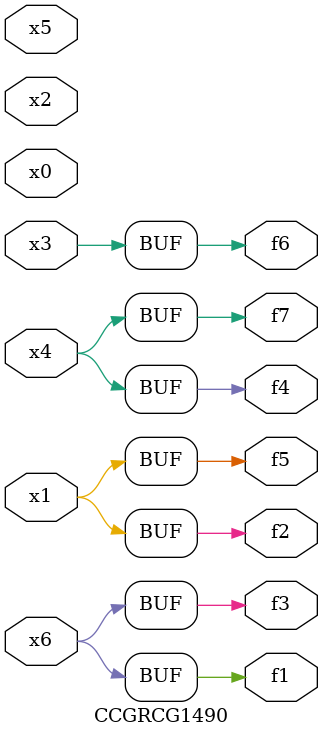
<source format=v>
module CCGRCG1490(
	input x0, x1, x2, x3, x4, x5, x6,
	output f1, f2, f3, f4, f5, f6, f7
);
	assign f1 = x6;
	assign f2 = x1;
	assign f3 = x6;
	assign f4 = x4;
	assign f5 = x1;
	assign f6 = x3;
	assign f7 = x4;
endmodule

</source>
